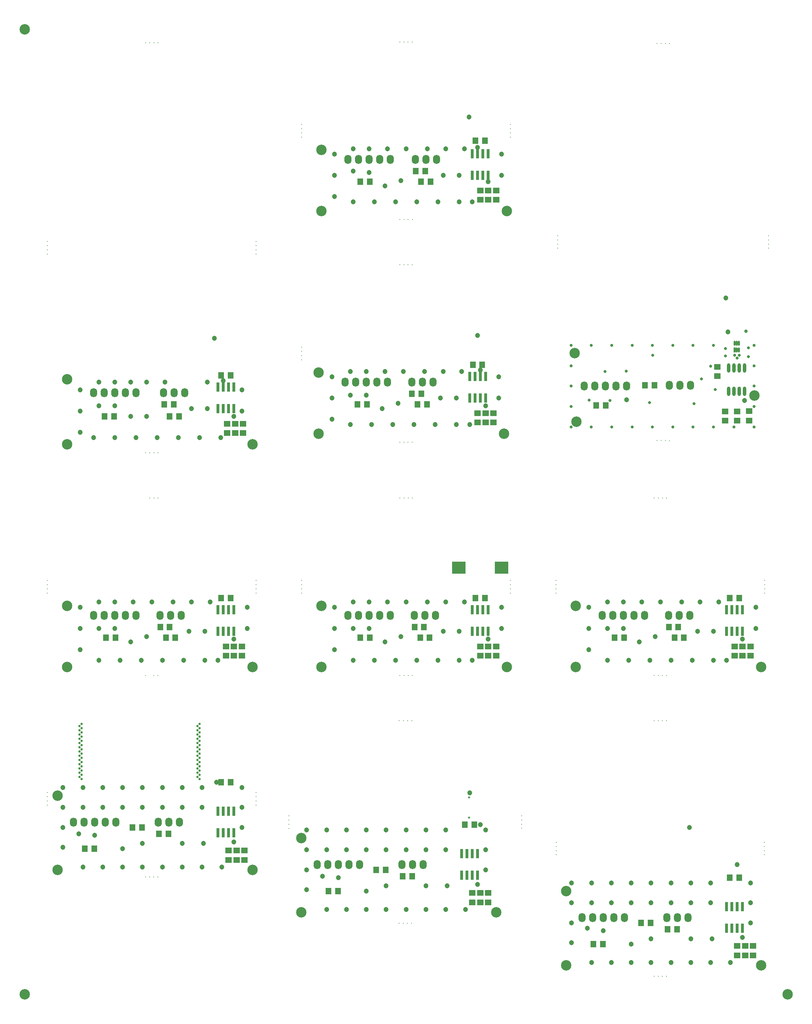
<source format=gts>
%FSLAX44Y44*%
%MOMM*%
G71*
G01*
G75*
G04 Layer_Color=8388736*
%ADD10O,0.6101X2.0320*%
%ADD11O,0.6096X2.0320*%
%ADD12O,0.3000X0.9901*%
%ADD13R,0.3000X0.9901*%
%ADD14C,0.3000*%
%ADD15C,0.5999*%
%ADD16R,0.5100X2.0201*%
%ADD17R,1.4501X1.2499*%
%ADD18R,1.2499X1.4501*%
%ADD19R,3.0000X2.8001*%
%ADD20C,1.5001*%
%ADD21C,0.5001*%
%ADD22C,0.3000*%
%ADD23C,0.5999*%
%ADD24C,0.3010*%
%ADD25C,0.4001*%
%ADD26C,0.3099*%
%ADD27C,0.1501*%
%ADD28C,1.0000*%
%ADD29C,0.3500*%
%ADD30C,0.1999*%
%ADD31C,0.7000*%
%ADD32C,1.0000*%
%ADD33O,1.5001X2.0000*%
%ADD34C,0.6000*%
%ADD35C,0.0201*%
%ADD36C,0.2540*%
%ADD37C,0.1270*%
%ADD38C,0.0000*%
%ADD39O,0.8133X2.2352*%
%ADD40O,0.8128X2.2352*%
%ADD41O,0.5032X1.1933*%
%ADD42R,0.5032X1.1933*%
%ADD43C,0.5032*%
%ADD44C,0.8032*%
%ADD45R,0.7099X2.2200*%
%ADD46R,1.6500X1.4498*%
%ADD47R,1.4501X1.6502*%
%ADD48R,3.1999X3.0000*%
%ADD49C,2.5001*%
%ADD50C,1.1999*%
%ADD51C,1.2032*%
%ADD52C,0.5499*%
%ADD53O,1.7033X2.2032*%
%ADD54O,1.7033X2.2032*%
%ADD55C,0.2001*%
%ADD56C,0.2032*%
G54D31*
X2889123Y11478773D02*
D03*
X2449932Y11673972D02*
D03*
X2498725Y11673972D02*
D03*
X2889123Y11576360D02*
D03*
X2889123Y11527566D02*
D03*
X2889123Y11625178D02*
D03*
X2889123Y11673972D02*
D03*
X2784678Y11623756D02*
D03*
X2582316Y11611970D02*
D03*
X2531516Y11611361D02*
D03*
X2762529Y11593174D02*
D03*
X2645131Y11673972D02*
D03*
X2596312Y11673972D02*
D03*
X2547518Y11673972D02*
D03*
X2742717Y11673972D02*
D03*
X2791511Y11673972D02*
D03*
X2693924Y11673972D02*
D03*
X2449932Y11625178D02*
D03*
X2449932Y11527566D02*
D03*
X2449932Y11576360D02*
D03*
X2840330Y11478773D02*
D03*
X2693924Y11478773D02*
D03*
X2791511Y11478773D02*
D03*
X2742717Y11478773D02*
D03*
X2547518Y11478773D02*
D03*
X2596312Y11478773D02*
D03*
X2645131Y11478773D02*
D03*
X2745029Y11534221D02*
D03*
X2795422Y11568409D02*
D03*
X2543124Y11541968D02*
D03*
X2638273Y11536812D02*
D03*
X2493518Y11542374D02*
D03*
X2841930Y11650375D02*
D03*
X2853182Y11650476D02*
D03*
X2847823Y11643060D02*
D03*
X2820111Y11666631D02*
D03*
X2874874Y11667672D02*
D03*
X2820467Y11648521D02*
D03*
X2875559Y11647124D02*
D03*
X2645562Y11650222D02*
D03*
X2498725Y11478773D02*
D03*
X2449932Y11478773D02*
D03*
G54D39*
X2840838Y11619489D02*
D03*
X2853538Y11619489D02*
D03*
G54D40*
X2866237Y11619489D02*
D03*
X2828138Y11619489D02*
D03*
X2828138Y11563608D02*
D03*
X2840838Y11563608D02*
D03*
X2853538Y11563608D02*
D03*
X2866237Y11563608D02*
D03*
G54D41*
X2847518Y11678772D02*
D03*
X2852522Y11678772D02*
D03*
X2842514Y11678772D02*
D03*
X2852522Y11662567D02*
D03*
X2847518Y11662567D02*
D03*
G54D42*
X2842514Y11662567D02*
D03*
G54D43*
X2205203Y10542833D02*
D03*
X2205203Y10590840D02*
D03*
G54D44*
X2869565Y11707957D02*
D03*
G54D45*
X2251253Y12080905D02*
D03*
X2238553Y12080905D02*
D03*
X2225853Y12080905D02*
D03*
X2213153Y12080905D02*
D03*
X2213153Y12132721D02*
D03*
X2225853Y12132721D02*
D03*
X2238553Y12132721D02*
D03*
X2251253Y12132721D02*
D03*
X2225853Y10404504D02*
D03*
X2213153Y10404504D02*
D03*
X2200453Y10404504D02*
D03*
X2187753Y10404504D02*
D03*
X2187753Y10456321D02*
D03*
X2200453Y10456321D02*
D03*
X2213153Y10456321D02*
D03*
X2225853Y10456321D02*
D03*
X2251253Y10988705D02*
D03*
X2238553Y10988705D02*
D03*
X2225853Y10988705D02*
D03*
X2213153Y10988705D02*
D03*
X2213153Y11040521D02*
D03*
X2225853Y11040521D02*
D03*
X2238553Y11040521D02*
D03*
X2251253Y11040521D02*
D03*
X1641653Y10506105D02*
D03*
X1628953Y10506105D02*
D03*
X1616253Y10506105D02*
D03*
X1603553Y10506105D02*
D03*
X1603553Y10557921D02*
D03*
X1616253Y10557921D02*
D03*
X1628953Y10557921D02*
D03*
X1641653Y10557921D02*
D03*
X2244903Y11547505D02*
D03*
X2232203Y11547505D02*
D03*
X2219503Y11547505D02*
D03*
X2206803Y11547505D02*
D03*
X2206803Y11599321D02*
D03*
X2219503Y11599321D02*
D03*
X2232203Y11599321D02*
D03*
X2244903Y11599321D02*
D03*
X2860853Y10277505D02*
D03*
X2848153Y10277505D02*
D03*
X2835453Y10277505D02*
D03*
X2822753Y10277505D02*
D03*
X2822753Y10329321D02*
D03*
X2835453Y10329321D02*
D03*
X2848153Y10329321D02*
D03*
X2860853Y10329321D02*
D03*
X1641653Y10988705D02*
D03*
X1628953Y10988705D02*
D03*
X1616253Y10988705D02*
D03*
X1603553Y10988705D02*
D03*
X1603553Y11040521D02*
D03*
X1616253Y11040521D02*
D03*
X1628953Y11040521D02*
D03*
X1641653Y11040521D02*
D03*
X2860853Y10988705D02*
D03*
X2848153Y10988705D02*
D03*
X2835453Y10988705D02*
D03*
X2822753Y10988705D02*
D03*
X2822753Y11040521D02*
D03*
X2835453Y11040521D02*
D03*
X2848153Y11040521D02*
D03*
X2860853Y11040521D02*
D03*
X1641653Y11522104D02*
D03*
X1628953Y11522104D02*
D03*
X1616253Y11522104D02*
D03*
X1603553Y11522104D02*
D03*
X1603553Y11573921D02*
D03*
X1616253Y11573921D02*
D03*
X1628953Y11573921D02*
D03*
X1641653Y11573921D02*
D03*
G54D46*
X2819375Y11493378D02*
D03*
X2819375Y11515857D02*
D03*
X2847874Y11493378D02*
D03*
X2847874Y11515857D02*
D03*
X2876728Y11493707D02*
D03*
X2876728Y11516212D02*
D03*
X2800477Y11599930D02*
D03*
X2800477Y11622410D02*
D03*
X2841803Y10930336D02*
D03*
X2841803Y10952841D02*
D03*
X2213153Y10339786D02*
D03*
X2213153Y10362290D02*
D03*
X2848153Y10212786D02*
D03*
X2848153Y10235290D02*
D03*
X1625778Y11463735D02*
D03*
X1625778Y11486240D02*
D03*
X1663878Y11463735D02*
D03*
X1663878Y11486240D02*
D03*
X2232203Y10339786D02*
D03*
X2232203Y10362290D02*
D03*
X2232203Y12022535D02*
D03*
X2232203Y12045040D02*
D03*
X1648003Y10441385D02*
D03*
X1648003Y10463890D02*
D03*
X2232203Y10930336D02*
D03*
X2232203Y10952841D02*
D03*
X2886253Y10212786D02*
D03*
X2886253Y10235290D02*
D03*
X2244903Y11489136D02*
D03*
X2244903Y11511641D02*
D03*
X2251253Y10930336D02*
D03*
X2251253Y10952841D02*
D03*
X2860853Y10930336D02*
D03*
X2860853Y10952841D02*
D03*
X2867203Y10212786D02*
D03*
X2867203Y10235290D02*
D03*
X2251253Y10339786D02*
D03*
X2251253Y10362290D02*
D03*
X2225853Y11489136D02*
D03*
X2225853Y11511641D02*
D03*
X1628953Y10441385D02*
D03*
X1628953Y10463890D02*
D03*
X2270303Y10930336D02*
D03*
X2270303Y10952841D02*
D03*
X1667053Y10441385D02*
D03*
X1667053Y10463890D02*
D03*
X2270303Y12022535D02*
D03*
X2270303Y12045040D02*
D03*
X1644828Y11463735D02*
D03*
X1644828Y11486240D02*
D03*
X2879903Y10930336D02*
D03*
X2879903Y10952841D02*
D03*
X2251253Y12022535D02*
D03*
X2251253Y12045040D02*
D03*
X2263953Y11489136D02*
D03*
X2263953Y11511641D02*
D03*
X1641653Y10930336D02*
D03*
X1641653Y10952841D02*
D03*
X1622603Y10930336D02*
D03*
X1622603Y10952841D02*
D03*
X1660703Y10930336D02*
D03*
X1660703Y10952841D02*
D03*
G54D47*
X2649880Y11578417D02*
D03*
X2627376Y11578417D02*
D03*
X2532812Y11529928D02*
D03*
X2510333Y11529928D02*
D03*
X2684501Y10998738D02*
D03*
X2707005Y10998738D02*
D03*
X2218055Y10525663D02*
D03*
X2195551Y10525663D02*
D03*
X2074901Y10998738D02*
D03*
X2097405Y10998738D02*
D03*
X1421130Y10519313D02*
D03*
X1398626Y10519313D02*
D03*
X2046326Y10401838D02*
D03*
X2068830Y10401838D02*
D03*
X1868526Y10366913D02*
D03*
X1891030Y10366913D02*
D03*
X2243455Y12163962D02*
D03*
X2220951Y12163962D02*
D03*
X2503526Y10239913D02*
D03*
X2526030Y10239913D02*
D03*
X2104746Y11532137D02*
D03*
X2082241Y11532137D02*
D03*
X1462126Y10503438D02*
D03*
X1484630Y10503438D02*
D03*
X1474826Y11532137D02*
D03*
X1497330Y11532137D02*
D03*
X1633855Y11601989D02*
D03*
X1611351Y11601989D02*
D03*
X1510030Y11503563D02*
D03*
X1487526Y11503563D02*
D03*
X2078076Y12090938D02*
D03*
X2100580Y12090938D02*
D03*
X1938376Y11532137D02*
D03*
X1960880Y11532137D02*
D03*
X1611351Y11068588D02*
D03*
X1633855Y11068588D02*
D03*
X2113280Y12065538D02*
D03*
X2090776Y12065538D02*
D03*
X1335126Y10973337D02*
D03*
X1357630Y10973337D02*
D03*
X2005330Y10417712D02*
D03*
X1982826Y10417712D02*
D03*
X1284326Y10468513D02*
D03*
X1306830Y10468513D02*
D03*
X1501496Y10973337D02*
D03*
X1478991Y10973337D02*
D03*
X2068551Y11557538D02*
D03*
X2091055Y11557538D02*
D03*
X2853055Y10398663D02*
D03*
X2830551Y10398663D02*
D03*
X1944726Y12065538D02*
D03*
X1967230Y12065538D02*
D03*
X2681326Y10274838D02*
D03*
X2703830Y10274838D02*
D03*
X2720695Y10973337D02*
D03*
X2698191Y10973337D02*
D03*
X2111096Y10973337D02*
D03*
X2088591Y10973337D02*
D03*
X2554326Y10973337D02*
D03*
X2576830Y10973337D02*
D03*
X1944726Y10973337D02*
D03*
X1967230Y10973337D02*
D03*
X2220951Y11068588D02*
D03*
X2243455Y11068588D02*
D03*
X1465301Y10998738D02*
D03*
X1487805Y10998738D02*
D03*
X2214601Y11627388D02*
D03*
X2237105Y11627388D02*
D03*
X1611351Y10627263D02*
D03*
X1633855Y10627263D02*
D03*
X1331951Y11503563D02*
D03*
X1354455Y11503563D02*
D03*
X2640330Y10290713D02*
D03*
X2617826Y10290713D02*
D03*
X2830551Y11068588D02*
D03*
X2853055Y11068588D02*
D03*
G54D48*
X2283638Y11141613D02*
D03*
X2180742Y11141613D02*
D03*
G54D49*
X2889326Y11553474D02*
D03*
X2458822Y11655430D02*
D03*
X1241603Y10903488D02*
D03*
D03*
X1686103Y11436888D02*
D03*
D03*
X1241603Y11436888D02*
D03*
D03*
X1803578Y10316113D02*
D03*
D03*
X1219378Y10417712D02*
D03*
D03*
X1803578Y10493914D02*
D03*
D03*
X1851203Y10903488D02*
D03*
D03*
X1140003Y10119263D02*
D03*
D03*
X2968803Y10119263D02*
D03*
D03*
X2905303Y10189113D02*
D03*
D03*
X1851203Y12141738D02*
D03*
D03*
X2460803Y10903488D02*
D03*
D03*
X1851203Y11995688D02*
D03*
D03*
X2289353Y11462288D02*
D03*
D03*
X2438578Y10366913D02*
D03*
D03*
X1241603Y11592463D02*
D03*
D03*
X2438578Y10189113D02*
D03*
D03*
X1844853Y11462288D02*
D03*
D03*
X2295703Y11995688D02*
D03*
D03*
X2270303Y10316113D02*
D03*
D03*
X1686103Y10417712D02*
D03*
D03*
X1219378Y10595513D02*
D03*
D03*
X1140003Y12430663D02*
D03*
D03*
X1686103Y10903488D02*
D03*
D03*
X2460803Y11049539D02*
D03*
D03*
X1851203Y11049539D02*
D03*
D03*
X2295703Y10903488D02*
D03*
D03*
X1241603Y11049539D02*
D03*
D03*
X1844853Y11608337D02*
D03*
D03*
X2905303Y10903488D02*
D03*
D03*
X2462962Y11490812D02*
D03*
G54D50*
X2583129Y11543162D02*
D03*
X2866212Y11541765D02*
D03*
X2820771Y11787129D02*
D03*
X1641653Y11503563D02*
D03*
X1616253Y11589288D02*
D03*
X1594790Y11691014D02*
D03*
G54D51*
X2825928Y11705773D02*
D03*
X1279703Y10566938D02*
D03*
X1232078Y10614563D02*
D03*
X1232078Y10519313D02*
D03*
X1308278Y10500262D02*
D03*
X1422578Y10614563D02*
D03*
X1517828Y10424062D02*
D03*
X1470203Y10566938D02*
D03*
X1517828Y10614563D02*
D03*
X1374953Y10566938D02*
D03*
X1565453Y10566938D02*
D03*
X1327328Y10566938D02*
D03*
X1422578Y10424062D02*
D03*
X1565453Y10614563D02*
D03*
X1279703Y10614563D02*
D03*
X1232078Y10566938D02*
D03*
X1279703Y10424062D02*
D03*
X1660703Y10614563D02*
D03*
X1660703Y10519313D02*
D03*
X1660703Y10566938D02*
D03*
X1422578Y10566938D02*
D03*
X1565453Y10424062D02*
D03*
X1613078Y10424062D02*
D03*
X1470203Y10614563D02*
D03*
X1374953Y10424062D02*
D03*
X1327328Y10424062D02*
D03*
X2244903Y11528962D02*
D03*
X2860853Y10970164D02*
D03*
X1327328Y10614563D02*
D03*
X1232078Y10471688D02*
D03*
X1641653Y10970164D02*
D03*
X2860853Y10255789D02*
D03*
X2225853Y10382788D02*
D03*
X2251253Y10970164D02*
D03*
X1641653Y10484388D02*
D03*
X2251253Y12065538D02*
D03*
X1374953Y10614563D02*
D03*
X1517828Y10566938D02*
D03*
X1470203Y10424062D02*
D03*
X1517828Y10481213D02*
D03*
X1422578Y10481213D02*
D03*
X2594153Y10195463D02*
D03*
X2546528Y10195463D02*
D03*
X2784653Y10195463D02*
D03*
X2689403Y10385963D02*
D03*
X1270178Y10503438D02*
D03*
X1568628Y10481213D02*
D03*
X1374953Y10468513D02*
D03*
X2527478Y10271663D02*
D03*
X2498903Y10195463D02*
D03*
X2737028Y10195463D02*
D03*
X2451278Y10243088D02*
D03*
X2784653Y10385963D02*
D03*
X2784653Y10338337D02*
D03*
X2546528Y10338337D02*
D03*
X2546528Y10385963D02*
D03*
X2594153Y10338337D02*
D03*
X2594153Y10385963D02*
D03*
X2641778Y10338337D02*
D03*
X2205406Y12221163D02*
D03*
X2225853Y12148088D02*
D03*
X2232203Y10525663D02*
D03*
X2206803Y10601863D02*
D03*
X2848153Y10430413D02*
D03*
X2733853Y10519313D02*
D03*
X2641778Y10385963D02*
D03*
X2641778Y10195463D02*
D03*
X2737028Y10385963D02*
D03*
X2737028Y10338337D02*
D03*
X2498903Y10385963D02*
D03*
X2498903Y10338337D02*
D03*
X2451278Y10290713D02*
D03*
X2689403Y10195463D02*
D03*
X2832278Y10195463D02*
D03*
X2879903Y10290713D02*
D03*
X2879903Y10338337D02*
D03*
X2879903Y10385963D02*
D03*
X2451278Y10385963D02*
D03*
X2451278Y10338337D02*
D03*
X2787828Y10252614D02*
D03*
X2489378Y10278013D02*
D03*
X2594153Y10239913D02*
D03*
X2641778Y10252614D02*
D03*
X2737028Y10252614D02*
D03*
X1965503Y12087762D02*
D03*
X1882953Y12081414D02*
D03*
X2105203Y12144913D02*
D03*
X2009953Y12144913D02*
D03*
X1927403Y12017913D02*
D03*
X2213153Y12017913D02*
D03*
X2054403Y12144913D02*
D03*
X2194103Y12144913D02*
D03*
X1978203Y12017913D02*
D03*
X2283003Y12132213D02*
D03*
X1965503Y12144913D02*
D03*
X1927403Y12144913D02*
D03*
X2079803Y12017913D02*
D03*
X1882953Y12132213D02*
D03*
X2130603Y12017913D02*
D03*
X2181403Y12017913D02*
D03*
X2283003Y12081414D02*
D03*
X2029003Y12017913D02*
D03*
X2149653Y12144913D02*
D03*
X1882953Y12030613D02*
D03*
X2225853Y11697238D02*
D03*
X2689403Y10338337D02*
D03*
X2041703Y12068713D02*
D03*
X2143303Y12081414D02*
D03*
X2181403Y12081414D02*
D03*
X2003603Y12056013D02*
D03*
X1927403Y12090938D02*
D03*
X1965503Y10995563D02*
D03*
X2213153Y10919363D02*
D03*
X1927403Y11059062D02*
D03*
X1882953Y10995563D02*
D03*
X1927403Y10919363D02*
D03*
X1978203Y10919363D02*
D03*
X2149653Y11059062D02*
D03*
X2283003Y11046364D02*
D03*
X2009953Y11059062D02*
D03*
X2130603Y10919363D02*
D03*
X2105203Y11059062D02*
D03*
X1882953Y11046364D02*
D03*
X2079803Y10919363D02*
D03*
X2054403Y11059062D02*
D03*
X2283003Y10995563D02*
D03*
X2181403Y10919363D02*
D03*
X2029003Y10919363D02*
D03*
X2194103Y11059062D02*
D03*
X1882953Y10944763D02*
D03*
X1965503Y11059062D02*
D03*
X2181403Y10989213D02*
D03*
X2041703Y10976512D02*
D03*
X2143303Y10989213D02*
D03*
X2003603Y10963813D02*
D03*
X1927403Y10995563D02*
D03*
X1355903Y11528962D02*
D03*
X1457503Y11452762D02*
D03*
X1305103Y11452762D02*
D03*
X1355903Y11586113D02*
D03*
X1273353Y11516263D02*
D03*
X1508303Y11452762D02*
D03*
X1660703Y11567063D02*
D03*
X1355903Y11452762D02*
D03*
X1609903Y11452762D02*
D03*
X1660703Y11516263D02*
D03*
X1317803Y11586113D02*
D03*
X1578153Y11586113D02*
D03*
X1273353Y11465463D02*
D03*
X1394003Y11586113D02*
D03*
X1559103Y11452762D02*
D03*
X1406703Y11452762D02*
D03*
X1476553Y11586113D02*
D03*
X1432103Y11586113D02*
D03*
X1317803Y11528962D02*
D03*
X1394003Y11503563D02*
D03*
X1578153Y11522614D02*
D03*
X1540053Y11522614D02*
D03*
X1432103Y11503563D02*
D03*
X1584503Y11059062D02*
D03*
X1317803Y10995563D02*
D03*
X1317803Y10919363D02*
D03*
X1571803Y10919363D02*
D03*
X1419403Y10919363D02*
D03*
X1273353Y10995563D02*
D03*
X1317803Y11059062D02*
D03*
X1470203Y10919363D02*
D03*
X1673403Y11046364D02*
D03*
X1444803Y11059062D02*
D03*
X1368603Y10919363D02*
D03*
X1521003Y10919363D02*
D03*
X1495603Y11059062D02*
D03*
X1540053Y11059062D02*
D03*
X1273353Y11046364D02*
D03*
X1400353Y11059062D02*
D03*
X1273353Y10944763D02*
D03*
X1355903Y11059062D02*
D03*
X1355903Y10995563D02*
D03*
X1533703Y10989213D02*
D03*
X1394003Y10963813D02*
D03*
X1432103Y10976512D02*
D03*
X1571803Y10989213D02*
D03*
X1673403Y10995563D02*
D03*
X1603553Y10919363D02*
D03*
X2575103Y10995563D02*
D03*
X2791003Y10989213D02*
D03*
X2651303Y10976512D02*
D03*
X2587803Y10919363D02*
D03*
X2822753Y10919363D02*
D03*
X2892603Y10995563D02*
D03*
X2537003Y10919363D02*
D03*
X2537003Y11059062D02*
D03*
X2759253Y11059062D02*
D03*
X2492553Y10995563D02*
D03*
X2638603Y10919363D02*
D03*
X2689403Y10919363D02*
D03*
X2492553Y10944763D02*
D03*
X2575103Y11059062D02*
D03*
X2892603Y11046364D02*
D03*
X2714803Y11059062D02*
D03*
X2740203Y10919363D02*
D03*
X2791003Y10919363D02*
D03*
X2492553Y11046364D02*
D03*
X2803703Y11059062D02*
D03*
X2664003Y11059062D02*
D03*
X2619553Y11059062D02*
D03*
X2752903Y10989213D02*
D03*
X2613203Y10963813D02*
D03*
X2537003Y10995563D02*
D03*
X1892478Y10398663D02*
D03*
X1911528Y10322463D02*
D03*
X2149653Y10512963D02*
D03*
X2149653Y10465338D02*
D03*
X1959153Y10322463D02*
D03*
X1863903Y10465338D02*
D03*
X1863903Y10512963D02*
D03*
X2006778Y10512963D02*
D03*
X2102028Y10512963D02*
D03*
X2006778Y10465338D02*
D03*
X2054403Y10322463D02*
D03*
X2102028Y10465338D02*
D03*
X1816278Y10417712D02*
D03*
X1959153Y10512963D02*
D03*
X1816278Y10512963D02*
D03*
X1816278Y10370088D02*
D03*
X1959153Y10465338D02*
D03*
X2149653Y10322463D02*
D03*
X1816278Y10465338D02*
D03*
X1600378Y10627263D02*
D03*
X2197278Y10322463D02*
D03*
X1911528Y10465338D02*
D03*
X1911528Y10512963D02*
D03*
X2102028Y10322463D02*
D03*
X2054403Y10465338D02*
D03*
X2006778Y10322463D02*
D03*
X1863903Y10322463D02*
D03*
X2244903Y10465338D02*
D03*
X2244903Y10512963D02*
D03*
X2244903Y10417712D02*
D03*
X2152828Y10379613D02*
D03*
X1959153Y10366913D02*
D03*
X2102028Y10379613D02*
D03*
X1854378Y10401838D02*
D03*
X2006778Y10379613D02*
D03*
X2143303Y11611512D02*
D03*
X2003603Y11611512D02*
D03*
X2124253Y11484513D02*
D03*
X1921053Y11611512D02*
D03*
X2054403Y10512963D02*
D03*
X2206803Y11484513D02*
D03*
X2022653Y11484513D02*
D03*
X1971853Y11484513D02*
D03*
X2187753Y11611512D02*
D03*
X2073453Y11484513D02*
D03*
X1876603Y11598813D02*
D03*
X1921053Y11484513D02*
D03*
X2276653Y11548013D02*
D03*
X1876603Y11548013D02*
D03*
X1997253Y11522614D02*
D03*
X2136953Y11548013D02*
D03*
X2035353Y11535312D02*
D03*
X2175053Y11548013D02*
D03*
X1959153Y11611512D02*
D03*
X2276653Y11598813D02*
D03*
X2048053Y11611512D02*
D03*
X1921053Y11554363D02*
D03*
X2175053Y11484513D02*
D03*
X2098853Y11611512D02*
D03*
X1959153Y11554363D02*
D03*
X1876603Y11497213D02*
D03*
X2232203Y11614688D02*
D03*
X1273353Y11567063D02*
D03*
G54D52*
X1271727Y10639938D02*
D03*
X1276807Y10645017D02*
D03*
X1271727Y10650098D02*
D03*
X1276807Y10655177D02*
D03*
X1271727Y10660258D02*
D03*
X1276807Y10665338D02*
D03*
X1271727Y10670417D02*
D03*
X1276807Y10675498D02*
D03*
X1271727Y10680577D02*
D03*
X1276807Y10685658D02*
D03*
X1271727Y10690737D02*
D03*
X1276807Y10695818D02*
D03*
X1271727Y10700897D02*
D03*
X1276807Y10705978D02*
D03*
X1271727Y10711057D02*
D03*
X1276807Y10716138D02*
D03*
X1271727Y10721217D02*
D03*
X1276807Y10726399D02*
D03*
X1271727Y10731378D02*
D03*
X1276807Y10736458D02*
D03*
X1271727Y10741538D02*
D03*
X1276807Y10746617D02*
D03*
X1271727Y10751698D02*
D03*
X1276807Y10756777D02*
D03*
X1271727Y10761858D02*
D03*
X1276807Y10766937D02*
D03*
X1559636Y10766937D02*
D03*
X1554556Y10761858D02*
D03*
X1559636Y10756777D02*
D03*
X1554556Y10751698D02*
D03*
X1559636Y10746617D02*
D03*
X1554556Y10741538D02*
D03*
X1559636Y10736458D02*
D03*
X1554556Y10731479D02*
D03*
X1559636Y10726298D02*
D03*
X1554556Y10721217D02*
D03*
X1559636Y10716138D02*
D03*
X1554556Y10711057D02*
D03*
X1559636Y10705978D02*
D03*
X1554556Y10700897D02*
D03*
X1559636Y10695818D02*
D03*
X1554556Y10690737D02*
D03*
X1559636Y10685658D02*
D03*
X1554556Y10680577D02*
D03*
X1559636Y10675498D02*
D03*
X1554556Y10670417D02*
D03*
X1559636Y10665338D02*
D03*
X1554556Y10660258D02*
D03*
X1559636Y10655177D02*
D03*
X1554556Y10650098D02*
D03*
X1559636Y10645017D02*
D03*
X1554556Y10639938D02*
D03*
X1276807Y10634857D02*
D03*
X1559687Y10634730D02*
D03*
G54D53*
X2481682Y11576207D02*
D03*
X2507082Y11576207D02*
D03*
X2557882Y11576207D02*
D03*
X2583282Y11576207D02*
D03*
X2532482Y11576207D02*
D03*
X2736520Y11578264D02*
D03*
X2711120Y11578264D02*
D03*
X2685720Y11578264D02*
D03*
G54D54*
X1460678Y10532013D02*
D03*
X1486078Y10532013D02*
D03*
X1511478Y10532013D02*
D03*
X2068093Y11586113D02*
D03*
X2093493Y11586113D02*
D03*
X2118893Y11586113D02*
D03*
X1305103Y11027313D02*
D03*
X1330503Y11027313D02*
D03*
X1355903Y11027313D02*
D03*
X1381303Y11027313D02*
D03*
X1406703Y11027313D02*
D03*
X1305103Y11560713D02*
D03*
X1330503Y11560713D02*
D03*
X1355903Y11560713D02*
D03*
X1381303Y11560713D02*
D03*
X1406703Y11560713D02*
D03*
X1908353Y11586113D02*
D03*
X1933753Y11586113D02*
D03*
X1959153Y11586113D02*
D03*
X1984553Y11586113D02*
D03*
X2009953Y11586113D02*
D03*
X1841678Y10430413D02*
D03*
X1867078Y10430413D02*
D03*
X1892478Y10430413D02*
D03*
X1917878Y10430413D02*
D03*
X1943278Y10430413D02*
D03*
X2476678Y10303413D02*
D03*
X2502078Y10303413D02*
D03*
X2527478Y10303413D02*
D03*
X2552878Y10303413D02*
D03*
X2578278Y10303413D02*
D03*
X2076628Y12119513D02*
D03*
X2102028Y12119513D02*
D03*
X2127428Y12119513D02*
D03*
X1257478Y10532013D02*
D03*
X1282878Y10532013D02*
D03*
X1308278Y10532013D02*
D03*
X1333678Y10532013D02*
D03*
X1359078Y10532013D02*
D03*
X2074443Y11027313D02*
D03*
X2099843Y11027313D02*
D03*
X2125243Y11027313D02*
D03*
X2044878Y10430413D02*
D03*
X2070278Y10430413D02*
D03*
X2095678Y10430413D02*
D03*
X2524303Y11027313D02*
D03*
X2549703Y11027313D02*
D03*
X2575103Y11027313D02*
D03*
X2600503Y11027313D02*
D03*
X2625903Y11027313D02*
D03*
X2679878Y10303413D02*
D03*
X2705278Y10303413D02*
D03*
X2730678Y10303413D02*
D03*
X1473378Y11560713D02*
D03*
X1498778Y11560713D02*
D03*
X1524178Y11560713D02*
D03*
X1914703Y11027313D02*
D03*
X1940103Y11027313D02*
D03*
X1965503Y11027313D02*
D03*
X1990903Y11027313D02*
D03*
X2016303Y11027313D02*
D03*
X1914703Y12119513D02*
D03*
X1940103Y12119513D02*
D03*
X1965503Y12119513D02*
D03*
X1990903Y12119513D02*
D03*
X2016303Y12119513D02*
D03*
X2684043Y11027313D02*
D03*
X2709443Y11027313D02*
D03*
X2734843Y11027313D02*
D03*
X1464843Y11027313D02*
D03*
X1490243Y11027313D02*
D03*
X1515643Y11027313D02*
D03*
G54D55*
X1804498Y11639382D02*
D03*
X1804498Y11649410D02*
D03*
X1804415Y11659355D02*
D03*
X1804498Y11669301D02*
D03*
X1459980Y10400458D02*
D03*
X1449858Y10400403D02*
D03*
X1439792Y10400458D02*
D03*
X1429725Y10400621D02*
D03*
X1194811Y10572747D02*
D03*
X1194894Y10582772D02*
D03*
X1194811Y10592799D02*
D03*
X1194853Y10602784D02*
D03*
X1694915Y10572698D02*
D03*
X1694815Y10582736D02*
D03*
X1694815Y10592773D02*
D03*
X1694865Y10602761D02*
D03*
X1773668Y10516956D02*
D03*
X1773784Y10527057D02*
D03*
X1773726Y10537100D02*
D03*
X1773668Y10546969D02*
D03*
X2067861Y10289315D02*
D03*
X2057756Y10289315D02*
D03*
X2047896Y10289315D02*
D03*
X2037791Y10289376D02*
D03*
X2678996Y10162352D02*
D03*
X2669039Y10162352D02*
D03*
X2658936Y10162352D02*
D03*
X2649077Y10162352D02*
D03*
X2415023Y10453610D02*
D03*
X2415071Y10463534D02*
D03*
X2415023Y10473553D02*
D03*
X2415023Y10483573D02*
D03*
X2331976Y10517061D02*
D03*
X2331976Y10526937D02*
D03*
X2332072Y10537103D02*
D03*
X2331976Y10547029D02*
D03*
X2913018Y10453567D02*
D03*
X2913108Y10463362D02*
D03*
X2913198Y10473606D02*
D03*
X2913108Y10483490D02*
D03*
X2679183Y10774685D02*
D03*
X2669028Y10774685D02*
D03*
X2659054Y10774685D02*
D03*
X2649080Y10774596D02*
D03*
X2067970Y10774589D02*
D03*
X2057906Y10774589D02*
D03*
X2047752Y10774678D02*
D03*
X2037867Y10774768D02*
D03*
X2069361Y10883025D02*
D03*
X2059497Y10882906D02*
D03*
X2049633Y10883143D02*
D03*
X2039413Y10883143D02*
D03*
X1459899Y10883148D02*
D03*
X1449772Y10883148D02*
D03*
X1429931Y10883148D02*
D03*
X2304588Y11080586D02*
D03*
X2304517Y11090673D02*
D03*
X2304517Y11100549D02*
D03*
X2304447Y11110566D02*
D03*
X2679150Y10883092D02*
D03*
X2669074Y10883092D02*
D03*
X2658997Y10883092D02*
D03*
X2649000Y10883092D02*
D03*
X2914120Y11080681D02*
D03*
X2914120Y11090551D02*
D03*
X2914120Y11100605D02*
D03*
X2914059Y11110597D02*
D03*
X2414051Y11080582D02*
D03*
X2414095Y11090626D02*
D03*
X2414051Y11100581D02*
D03*
X2414051Y11110580D02*
D03*
X2679149Y11308163D02*
D03*
X2669177Y11308029D02*
D03*
X2658938Y11308096D02*
D03*
X2648899Y11308096D02*
D03*
X2685911Y11445736D02*
D03*
X2675930Y11445779D02*
D03*
X2665863Y11445822D02*
D03*
X2655882Y11445779D02*
D03*
X2069442Y11308073D02*
D03*
X2059525Y11308073D02*
D03*
X2049460Y11308073D02*
D03*
X2039345Y11308073D02*
D03*
X2069618Y11441801D02*
D03*
X2059424Y11441921D02*
D03*
X2049350Y11442041D02*
D03*
X2039277Y11441921D02*
D03*
X1804567Y11110564D02*
D03*
X1804426Y11100435D02*
D03*
X1804285Y11090586D02*
D03*
X1804426Y11080737D02*
D03*
X1694825Y11080597D02*
D03*
X1694825Y11090586D02*
D03*
X1694825Y11100435D02*
D03*
X1694684Y11110564D02*
D03*
X1194771Y11080616D02*
D03*
X1194820Y11090591D02*
D03*
X1194869Y11100664D02*
D03*
X1194820Y11110638D02*
D03*
X1459870Y11308074D02*
D03*
X1449955Y11308074D02*
D03*
X1440041Y11308074D02*
D03*
X1459870Y11416566D02*
D03*
X1449955Y11416426D02*
D03*
X1439899Y11416426D02*
D03*
X1429985Y11416426D02*
D03*
X1194888Y11892621D02*
D03*
X1194888Y11902780D02*
D03*
X1194793Y11912559D02*
D03*
X1194793Y11922622D02*
D03*
X1694818Y11892748D02*
D03*
X1694876Y11902697D02*
D03*
X1694818Y11912705D02*
D03*
X1694818Y11922712D02*
D03*
X1804382Y12172767D02*
D03*
X1804537Y12182728D02*
D03*
X1804382Y12192844D02*
D03*
X1804537Y12202805D02*
D03*
X2069515Y11866954D02*
D03*
X2059364Y11866820D02*
D03*
X2049484Y11866820D02*
D03*
X2039468Y11866820D02*
D03*
X2039468Y11975283D02*
D03*
X2049484Y11975283D02*
D03*
X2059447Y11975089D02*
D03*
X2417927Y11906520D02*
D03*
X2417986Y11916469D02*
D03*
X2417927Y11926536D02*
D03*
X2417986Y11936484D02*
D03*
X2304448Y12172872D02*
D03*
X2304448Y12182753D02*
D03*
X2304313Y12192769D02*
D03*
X2304448Y12202784D02*
D03*
X2923755Y11906361D02*
D03*
X2923873Y11916366D02*
D03*
X2923873Y11926371D02*
D03*
X2923873Y11936493D02*
D03*
X2685847Y12397134D02*
D03*
X2675953Y12397236D02*
D03*
X2665854Y12397134D02*
D03*
X2655754Y12397236D02*
D03*
X2069482Y12400270D02*
D03*
X2059439Y12400270D02*
D03*
X2049552Y12400270D02*
D03*
X2039510Y12400193D02*
D03*
X1459905Y12398868D02*
D03*
X1449905Y12398868D02*
D03*
X1439810Y12398862D02*
D03*
X1429842Y12398862D02*
D03*
G54D56*
X2069739Y11975295D02*
D03*
M02*

</source>
